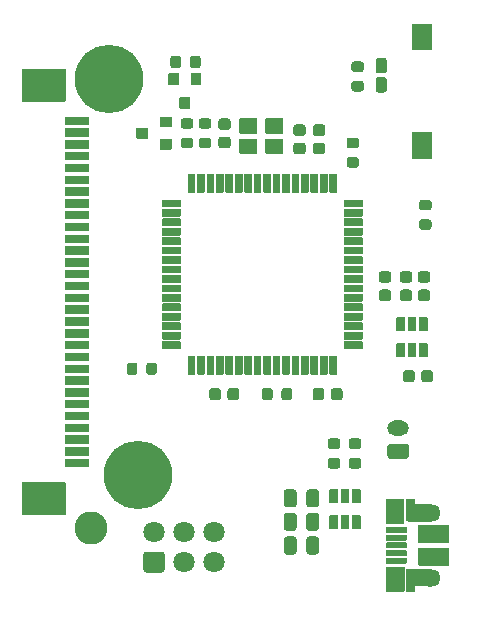
<source format=gbr>
G04 #@! TF.GenerationSoftware,KiCad,Pcbnew,(5.1.8)-1*
G04 #@! TF.CreationDate,2021-04-18T18:01:33-07:00*
G04 #@! TF.ProjectId,wired-sculpt,77697265-642d-4736-9375-6c70742e6b69,rev?*
G04 #@! TF.SameCoordinates,Original*
G04 #@! TF.FileFunction,Soldermask,Top*
G04 #@! TF.FilePolarity,Negative*
%FSLAX46Y46*%
G04 Gerber Fmt 4.6, Leading zero omitted, Abs format (unit mm)*
G04 Created by KiCad (PCBNEW (5.1.8)-1) date 2021-04-18 18:01:33*
%MOMM*%
%LPD*%
G01*
G04 APERTURE LIST*
%ADD10C,1.801600*%
%ADD11O,1.601600X1.201600*%
%ADD12O,1.801600X1.451600*%
%ADD13C,5.800000*%
%ADD14C,2.801600*%
%ADD15O,1.851600X1.301600*%
G04 APERTURE END LIST*
G04 #@! TO.C,J3*
G36*
G01*
X135463859Y-77280800D02*
X134192141Y-77280800D01*
G75*
G02*
X133927200Y-77015859I0J264941D01*
G01*
X133927200Y-75744141D01*
G75*
G02*
X134192141Y-75479200I264941J0D01*
G01*
X135463859Y-75479200D01*
G75*
G02*
X135728800Y-75744141I0J-264941D01*
G01*
X135728800Y-77015859D01*
G75*
G02*
X135463859Y-77280800I-264941J0D01*
G01*
G37*
D10*
X137368000Y-76380000D03*
X139908000Y-76380000D03*
X134828000Y-73840000D03*
X137368000Y-73840000D03*
X139908000Y-73840000D03*
G04 #@! TD*
G04 #@! TO.C,C8*
G36*
G01*
X146871600Y-39303200D02*
X147422400Y-39303200D01*
G75*
G02*
X147672800Y-39553600I0J-250400D01*
G01*
X147672800Y-40054400D01*
G75*
G02*
X147422400Y-40304800I-250400J0D01*
G01*
X146871600Y-40304800D01*
G75*
G02*
X146621200Y-40054400I0J250400D01*
G01*
X146621200Y-39553600D01*
G75*
G02*
X146871600Y-39303200I250400J0D01*
G01*
G37*
G36*
G01*
X146871600Y-40853200D02*
X147422400Y-40853200D01*
G75*
G02*
X147672800Y-41103600I0J-250400D01*
G01*
X147672800Y-41604400D01*
G75*
G02*
X147422400Y-41854800I-250400J0D01*
G01*
X146871600Y-41854800D01*
G75*
G02*
X146621200Y-41604400I0J250400D01*
G01*
X146621200Y-41103600D01*
G75*
G02*
X146871600Y-40853200I250400J0D01*
G01*
G37*
G04 #@! TD*
G04 #@! TO.C,C12*
G36*
G01*
X142045800Y-61880600D02*
X142045800Y-62431400D01*
G75*
G02*
X141795400Y-62681800I-250400J0D01*
G01*
X141294600Y-62681800D01*
G75*
G02*
X141044200Y-62431400I0J250400D01*
G01*
X141044200Y-61880600D01*
G75*
G02*
X141294600Y-61630200I250400J0D01*
G01*
X141795400Y-61630200D01*
G75*
G02*
X142045800Y-61880600I0J-250400D01*
G01*
G37*
G36*
G01*
X140495800Y-61880600D02*
X140495800Y-62431400D01*
G75*
G02*
X140245400Y-62681800I-250400J0D01*
G01*
X139744600Y-62681800D01*
G75*
G02*
X139494200Y-62431400I0J250400D01*
G01*
X139494200Y-61880600D01*
G75*
G02*
X139744600Y-61630200I250400J0D01*
G01*
X140245400Y-61630200D01*
G75*
G02*
X140495800Y-61880600I0J-250400D01*
G01*
G37*
G04 #@! TD*
G04 #@! TO.C,R9*
G36*
G01*
X152367400Y-36532800D02*
X151766600Y-36532800D01*
G75*
G02*
X151541200Y-36307400I0J225400D01*
G01*
X151541200Y-35856600D01*
G75*
G02*
X151766600Y-35631200I225400J0D01*
G01*
X152367400Y-35631200D01*
G75*
G02*
X152592800Y-35856600I0J-225400D01*
G01*
X152592800Y-36307400D01*
G75*
G02*
X152367400Y-36532800I-225400J0D01*
G01*
G37*
G36*
G01*
X152367400Y-34882800D02*
X151766600Y-34882800D01*
G75*
G02*
X151541200Y-34657400I0J225400D01*
G01*
X151541200Y-34206600D01*
G75*
G02*
X151766600Y-33981200I225400J0D01*
G01*
X152367400Y-33981200D01*
G75*
G02*
X152592800Y-34206600I0J-225400D01*
G01*
X152592800Y-34657400D01*
G75*
G02*
X152367400Y-34882800I-225400J0D01*
G01*
G37*
G04 #@! TD*
G04 #@! TO.C,C3*
G36*
G01*
X145807200Y-71469400D02*
X145807200Y-70468600D01*
G75*
G02*
X146082600Y-70193200I275400J0D01*
G01*
X146633400Y-70193200D01*
G75*
G02*
X146908800Y-70468600I0J-275400D01*
G01*
X146908800Y-71469400D01*
G75*
G02*
X146633400Y-71744800I-275400J0D01*
G01*
X146082600Y-71744800D01*
G75*
G02*
X145807200Y-71469400I0J275400D01*
G01*
G37*
G36*
G01*
X147707200Y-71469400D02*
X147707200Y-70468600D01*
G75*
G02*
X147982600Y-70193200I275400J0D01*
G01*
X148533400Y-70193200D01*
G75*
G02*
X148808800Y-70468600I0J-275400D01*
G01*
X148808800Y-71469400D01*
G75*
G02*
X148533400Y-71744800I-275400J0D01*
G01*
X147982600Y-71744800D01*
G75*
G02*
X147707200Y-71469400I0J275400D01*
G01*
G37*
G04 #@! TD*
G04 #@! TO.C,U1*
G36*
G01*
X150375000Y-73580800D02*
X149725000Y-73580800D01*
G75*
G02*
X149674200Y-73530000I0J50800D01*
G01*
X149674200Y-72470000D01*
G75*
G02*
X149725000Y-72419200I50800J0D01*
G01*
X150375000Y-72419200D01*
G75*
G02*
X150425800Y-72470000I0J-50800D01*
G01*
X150425800Y-73530000D01*
G75*
G02*
X150375000Y-73580800I-50800J0D01*
G01*
G37*
G36*
G01*
X151325000Y-73580800D02*
X150675000Y-73580800D01*
G75*
G02*
X150624200Y-73530000I0J50800D01*
G01*
X150624200Y-72470000D01*
G75*
G02*
X150675000Y-72419200I50800J0D01*
G01*
X151325000Y-72419200D01*
G75*
G02*
X151375800Y-72470000I0J-50800D01*
G01*
X151375800Y-73530000D01*
G75*
G02*
X151325000Y-73580800I-50800J0D01*
G01*
G37*
G36*
G01*
X152275000Y-73580800D02*
X151625000Y-73580800D01*
G75*
G02*
X151574200Y-73530000I0J50800D01*
G01*
X151574200Y-72470000D01*
G75*
G02*
X151625000Y-72419200I50800J0D01*
G01*
X152275000Y-72419200D01*
G75*
G02*
X152325800Y-72470000I0J-50800D01*
G01*
X152325800Y-73530000D01*
G75*
G02*
X152275000Y-73580800I-50800J0D01*
G01*
G37*
G36*
G01*
X152275000Y-71380800D02*
X151625000Y-71380800D01*
G75*
G02*
X151574200Y-71330000I0J50800D01*
G01*
X151574200Y-70270000D01*
G75*
G02*
X151625000Y-70219200I50800J0D01*
G01*
X152275000Y-70219200D01*
G75*
G02*
X152325800Y-70270000I0J-50800D01*
G01*
X152325800Y-71330000D01*
G75*
G02*
X152275000Y-71380800I-50800J0D01*
G01*
G37*
G36*
G01*
X150375000Y-71380800D02*
X149725000Y-71380800D01*
G75*
G02*
X149674200Y-71330000I0J50800D01*
G01*
X149674200Y-70270000D01*
G75*
G02*
X149725000Y-70219200I50800J0D01*
G01*
X150375000Y-70219200D01*
G75*
G02*
X150425800Y-70270000I0J-50800D01*
G01*
X150425800Y-71330000D01*
G75*
G02*
X150375000Y-71380800I-50800J0D01*
G01*
G37*
G36*
G01*
X151325000Y-71380800D02*
X150675000Y-71380800D01*
G75*
G02*
X150624200Y-71330000I0J50800D01*
G01*
X150624200Y-70270000D01*
G75*
G02*
X150675000Y-70219200I50800J0D01*
G01*
X151325000Y-70219200D01*
G75*
G02*
X151375800Y-70270000I0J-50800D01*
G01*
X151375800Y-71330000D01*
G75*
G02*
X151325000Y-71380800I-50800J0D01*
G01*
G37*
G04 #@! TD*
G04 #@! TO.C,U3*
G36*
G01*
X152500800Y-57725000D02*
X152500800Y-58275000D01*
G75*
G02*
X152450000Y-58325800I-50800J0D01*
G01*
X150950000Y-58325800D01*
G75*
G02*
X150899200Y-58275000I0J50800D01*
G01*
X150899200Y-57725000D01*
G75*
G02*
X150950000Y-57674200I50800J0D01*
G01*
X152450000Y-57674200D01*
G75*
G02*
X152500800Y-57725000I0J-50800D01*
G01*
G37*
G36*
G01*
X152500800Y-56925000D02*
X152500800Y-57475000D01*
G75*
G02*
X152450000Y-57525800I-50800J0D01*
G01*
X150950000Y-57525800D01*
G75*
G02*
X150899200Y-57475000I0J50800D01*
G01*
X150899200Y-56925000D01*
G75*
G02*
X150950000Y-56874200I50800J0D01*
G01*
X152450000Y-56874200D01*
G75*
G02*
X152500800Y-56925000I0J-50800D01*
G01*
G37*
G36*
G01*
X152500800Y-56125000D02*
X152500800Y-56675000D01*
G75*
G02*
X152450000Y-56725800I-50800J0D01*
G01*
X150950000Y-56725800D01*
G75*
G02*
X150899200Y-56675000I0J50800D01*
G01*
X150899200Y-56125000D01*
G75*
G02*
X150950000Y-56074200I50800J0D01*
G01*
X152450000Y-56074200D01*
G75*
G02*
X152500800Y-56125000I0J-50800D01*
G01*
G37*
G36*
G01*
X152500800Y-55325000D02*
X152500800Y-55875000D01*
G75*
G02*
X152450000Y-55925800I-50800J0D01*
G01*
X150950000Y-55925800D01*
G75*
G02*
X150899200Y-55875000I0J50800D01*
G01*
X150899200Y-55325000D01*
G75*
G02*
X150950000Y-55274200I50800J0D01*
G01*
X152450000Y-55274200D01*
G75*
G02*
X152500800Y-55325000I0J-50800D01*
G01*
G37*
G36*
G01*
X152500800Y-54525000D02*
X152500800Y-55075000D01*
G75*
G02*
X152450000Y-55125800I-50800J0D01*
G01*
X150950000Y-55125800D01*
G75*
G02*
X150899200Y-55075000I0J50800D01*
G01*
X150899200Y-54525000D01*
G75*
G02*
X150950000Y-54474200I50800J0D01*
G01*
X152450000Y-54474200D01*
G75*
G02*
X152500800Y-54525000I0J-50800D01*
G01*
G37*
G36*
G01*
X152500800Y-53725000D02*
X152500800Y-54275000D01*
G75*
G02*
X152450000Y-54325800I-50800J0D01*
G01*
X150950000Y-54325800D01*
G75*
G02*
X150899200Y-54275000I0J50800D01*
G01*
X150899200Y-53725000D01*
G75*
G02*
X150950000Y-53674200I50800J0D01*
G01*
X152450000Y-53674200D01*
G75*
G02*
X152500800Y-53725000I0J-50800D01*
G01*
G37*
G36*
G01*
X152500800Y-52925000D02*
X152500800Y-53475000D01*
G75*
G02*
X152450000Y-53525800I-50800J0D01*
G01*
X150950000Y-53525800D01*
G75*
G02*
X150899200Y-53475000I0J50800D01*
G01*
X150899200Y-52925000D01*
G75*
G02*
X150950000Y-52874200I50800J0D01*
G01*
X152450000Y-52874200D01*
G75*
G02*
X152500800Y-52925000I0J-50800D01*
G01*
G37*
G36*
G01*
X152500800Y-52125000D02*
X152500800Y-52675000D01*
G75*
G02*
X152450000Y-52725800I-50800J0D01*
G01*
X150950000Y-52725800D01*
G75*
G02*
X150899200Y-52675000I0J50800D01*
G01*
X150899200Y-52125000D01*
G75*
G02*
X150950000Y-52074200I50800J0D01*
G01*
X152450000Y-52074200D01*
G75*
G02*
X152500800Y-52125000I0J-50800D01*
G01*
G37*
G36*
G01*
X152500800Y-51325000D02*
X152500800Y-51875000D01*
G75*
G02*
X152450000Y-51925800I-50800J0D01*
G01*
X150950000Y-51925800D01*
G75*
G02*
X150899200Y-51875000I0J50800D01*
G01*
X150899200Y-51325000D01*
G75*
G02*
X150950000Y-51274200I50800J0D01*
G01*
X152450000Y-51274200D01*
G75*
G02*
X152500800Y-51325000I0J-50800D01*
G01*
G37*
G36*
G01*
X152500800Y-50525000D02*
X152500800Y-51075000D01*
G75*
G02*
X152450000Y-51125800I-50800J0D01*
G01*
X150950000Y-51125800D01*
G75*
G02*
X150899200Y-51075000I0J50800D01*
G01*
X150899200Y-50525000D01*
G75*
G02*
X150950000Y-50474200I50800J0D01*
G01*
X152450000Y-50474200D01*
G75*
G02*
X152500800Y-50525000I0J-50800D01*
G01*
G37*
G36*
G01*
X152500800Y-49725000D02*
X152500800Y-50275000D01*
G75*
G02*
X152450000Y-50325800I-50800J0D01*
G01*
X150950000Y-50325800D01*
G75*
G02*
X150899200Y-50275000I0J50800D01*
G01*
X150899200Y-49725000D01*
G75*
G02*
X150950000Y-49674200I50800J0D01*
G01*
X152450000Y-49674200D01*
G75*
G02*
X152500800Y-49725000I0J-50800D01*
G01*
G37*
G36*
G01*
X152500800Y-48925000D02*
X152500800Y-49475000D01*
G75*
G02*
X152450000Y-49525800I-50800J0D01*
G01*
X150950000Y-49525800D01*
G75*
G02*
X150899200Y-49475000I0J50800D01*
G01*
X150899200Y-48925000D01*
G75*
G02*
X150950000Y-48874200I50800J0D01*
G01*
X152450000Y-48874200D01*
G75*
G02*
X152500800Y-48925000I0J-50800D01*
G01*
G37*
G36*
G01*
X152500800Y-48125000D02*
X152500800Y-48675000D01*
G75*
G02*
X152450000Y-48725800I-50800J0D01*
G01*
X150950000Y-48725800D01*
G75*
G02*
X150899200Y-48675000I0J50800D01*
G01*
X150899200Y-48125000D01*
G75*
G02*
X150950000Y-48074200I50800J0D01*
G01*
X152450000Y-48074200D01*
G75*
G02*
X152500800Y-48125000I0J-50800D01*
G01*
G37*
G36*
G01*
X152500800Y-47325000D02*
X152500800Y-47875000D01*
G75*
G02*
X152450000Y-47925800I-50800J0D01*
G01*
X150950000Y-47925800D01*
G75*
G02*
X150899200Y-47875000I0J50800D01*
G01*
X150899200Y-47325000D01*
G75*
G02*
X150950000Y-47274200I50800J0D01*
G01*
X152450000Y-47274200D01*
G75*
G02*
X152500800Y-47325000I0J-50800D01*
G01*
G37*
G36*
G01*
X152500800Y-46525000D02*
X152500800Y-47075000D01*
G75*
G02*
X152450000Y-47125800I-50800J0D01*
G01*
X150950000Y-47125800D01*
G75*
G02*
X150899200Y-47075000I0J50800D01*
G01*
X150899200Y-46525000D01*
G75*
G02*
X150950000Y-46474200I50800J0D01*
G01*
X152450000Y-46474200D01*
G75*
G02*
X152500800Y-46525000I0J-50800D01*
G01*
G37*
G36*
G01*
X152500800Y-45725000D02*
X152500800Y-46275000D01*
G75*
G02*
X152450000Y-46325800I-50800J0D01*
G01*
X150950000Y-46325800D01*
G75*
G02*
X150899200Y-46275000I0J50800D01*
G01*
X150899200Y-45725000D01*
G75*
G02*
X150950000Y-45674200I50800J0D01*
G01*
X152450000Y-45674200D01*
G75*
G02*
X152500800Y-45725000I0J-50800D01*
G01*
G37*
G36*
G01*
X149725000Y-43499200D02*
X150275000Y-43499200D01*
G75*
G02*
X150325800Y-43550000I0J-50800D01*
G01*
X150325800Y-45050000D01*
G75*
G02*
X150275000Y-45100800I-50800J0D01*
G01*
X149725000Y-45100800D01*
G75*
G02*
X149674200Y-45050000I0J50800D01*
G01*
X149674200Y-43550000D01*
G75*
G02*
X149725000Y-43499200I50800J0D01*
G01*
G37*
G36*
G01*
X148925000Y-43499200D02*
X149475000Y-43499200D01*
G75*
G02*
X149525800Y-43550000I0J-50800D01*
G01*
X149525800Y-45050000D01*
G75*
G02*
X149475000Y-45100800I-50800J0D01*
G01*
X148925000Y-45100800D01*
G75*
G02*
X148874200Y-45050000I0J50800D01*
G01*
X148874200Y-43550000D01*
G75*
G02*
X148925000Y-43499200I50800J0D01*
G01*
G37*
G36*
G01*
X148125000Y-43499200D02*
X148675000Y-43499200D01*
G75*
G02*
X148725800Y-43550000I0J-50800D01*
G01*
X148725800Y-45050000D01*
G75*
G02*
X148675000Y-45100800I-50800J0D01*
G01*
X148125000Y-45100800D01*
G75*
G02*
X148074200Y-45050000I0J50800D01*
G01*
X148074200Y-43550000D01*
G75*
G02*
X148125000Y-43499200I50800J0D01*
G01*
G37*
G36*
G01*
X147325000Y-43499200D02*
X147875000Y-43499200D01*
G75*
G02*
X147925800Y-43550000I0J-50800D01*
G01*
X147925800Y-45050000D01*
G75*
G02*
X147875000Y-45100800I-50800J0D01*
G01*
X147325000Y-45100800D01*
G75*
G02*
X147274200Y-45050000I0J50800D01*
G01*
X147274200Y-43550000D01*
G75*
G02*
X147325000Y-43499200I50800J0D01*
G01*
G37*
G36*
G01*
X146525000Y-43499200D02*
X147075000Y-43499200D01*
G75*
G02*
X147125800Y-43550000I0J-50800D01*
G01*
X147125800Y-45050000D01*
G75*
G02*
X147075000Y-45100800I-50800J0D01*
G01*
X146525000Y-45100800D01*
G75*
G02*
X146474200Y-45050000I0J50800D01*
G01*
X146474200Y-43550000D01*
G75*
G02*
X146525000Y-43499200I50800J0D01*
G01*
G37*
G36*
G01*
X145725000Y-43499200D02*
X146275000Y-43499200D01*
G75*
G02*
X146325800Y-43550000I0J-50800D01*
G01*
X146325800Y-45050000D01*
G75*
G02*
X146275000Y-45100800I-50800J0D01*
G01*
X145725000Y-45100800D01*
G75*
G02*
X145674200Y-45050000I0J50800D01*
G01*
X145674200Y-43550000D01*
G75*
G02*
X145725000Y-43499200I50800J0D01*
G01*
G37*
G36*
G01*
X144925000Y-43499200D02*
X145475000Y-43499200D01*
G75*
G02*
X145525800Y-43550000I0J-50800D01*
G01*
X145525800Y-45050000D01*
G75*
G02*
X145475000Y-45100800I-50800J0D01*
G01*
X144925000Y-45100800D01*
G75*
G02*
X144874200Y-45050000I0J50800D01*
G01*
X144874200Y-43550000D01*
G75*
G02*
X144925000Y-43499200I50800J0D01*
G01*
G37*
G36*
G01*
X144125000Y-43499200D02*
X144675000Y-43499200D01*
G75*
G02*
X144725800Y-43550000I0J-50800D01*
G01*
X144725800Y-45050000D01*
G75*
G02*
X144675000Y-45100800I-50800J0D01*
G01*
X144125000Y-45100800D01*
G75*
G02*
X144074200Y-45050000I0J50800D01*
G01*
X144074200Y-43550000D01*
G75*
G02*
X144125000Y-43499200I50800J0D01*
G01*
G37*
G36*
G01*
X143325000Y-43499200D02*
X143875000Y-43499200D01*
G75*
G02*
X143925800Y-43550000I0J-50800D01*
G01*
X143925800Y-45050000D01*
G75*
G02*
X143875000Y-45100800I-50800J0D01*
G01*
X143325000Y-45100800D01*
G75*
G02*
X143274200Y-45050000I0J50800D01*
G01*
X143274200Y-43550000D01*
G75*
G02*
X143325000Y-43499200I50800J0D01*
G01*
G37*
G36*
G01*
X142525000Y-43499200D02*
X143075000Y-43499200D01*
G75*
G02*
X143125800Y-43550000I0J-50800D01*
G01*
X143125800Y-45050000D01*
G75*
G02*
X143075000Y-45100800I-50800J0D01*
G01*
X142525000Y-45100800D01*
G75*
G02*
X142474200Y-45050000I0J50800D01*
G01*
X142474200Y-43550000D01*
G75*
G02*
X142525000Y-43499200I50800J0D01*
G01*
G37*
G36*
G01*
X141725000Y-43499200D02*
X142275000Y-43499200D01*
G75*
G02*
X142325800Y-43550000I0J-50800D01*
G01*
X142325800Y-45050000D01*
G75*
G02*
X142275000Y-45100800I-50800J0D01*
G01*
X141725000Y-45100800D01*
G75*
G02*
X141674200Y-45050000I0J50800D01*
G01*
X141674200Y-43550000D01*
G75*
G02*
X141725000Y-43499200I50800J0D01*
G01*
G37*
G36*
G01*
X140925000Y-43499200D02*
X141475000Y-43499200D01*
G75*
G02*
X141525800Y-43550000I0J-50800D01*
G01*
X141525800Y-45050000D01*
G75*
G02*
X141475000Y-45100800I-50800J0D01*
G01*
X140925000Y-45100800D01*
G75*
G02*
X140874200Y-45050000I0J50800D01*
G01*
X140874200Y-43550000D01*
G75*
G02*
X140925000Y-43499200I50800J0D01*
G01*
G37*
G36*
G01*
X140125000Y-43499200D02*
X140675000Y-43499200D01*
G75*
G02*
X140725800Y-43550000I0J-50800D01*
G01*
X140725800Y-45050000D01*
G75*
G02*
X140675000Y-45100800I-50800J0D01*
G01*
X140125000Y-45100800D01*
G75*
G02*
X140074200Y-45050000I0J50800D01*
G01*
X140074200Y-43550000D01*
G75*
G02*
X140125000Y-43499200I50800J0D01*
G01*
G37*
G36*
G01*
X139325000Y-43499200D02*
X139875000Y-43499200D01*
G75*
G02*
X139925800Y-43550000I0J-50800D01*
G01*
X139925800Y-45050000D01*
G75*
G02*
X139875000Y-45100800I-50800J0D01*
G01*
X139325000Y-45100800D01*
G75*
G02*
X139274200Y-45050000I0J50800D01*
G01*
X139274200Y-43550000D01*
G75*
G02*
X139325000Y-43499200I50800J0D01*
G01*
G37*
G36*
G01*
X138525000Y-43499200D02*
X139075000Y-43499200D01*
G75*
G02*
X139125800Y-43550000I0J-50800D01*
G01*
X139125800Y-45050000D01*
G75*
G02*
X139075000Y-45100800I-50800J0D01*
G01*
X138525000Y-45100800D01*
G75*
G02*
X138474200Y-45050000I0J50800D01*
G01*
X138474200Y-43550000D01*
G75*
G02*
X138525000Y-43499200I50800J0D01*
G01*
G37*
G36*
G01*
X137725000Y-43499200D02*
X138275000Y-43499200D01*
G75*
G02*
X138325800Y-43550000I0J-50800D01*
G01*
X138325800Y-45050000D01*
G75*
G02*
X138275000Y-45100800I-50800J0D01*
G01*
X137725000Y-45100800D01*
G75*
G02*
X137674200Y-45050000I0J50800D01*
G01*
X137674200Y-43550000D01*
G75*
G02*
X137725000Y-43499200I50800J0D01*
G01*
G37*
G36*
G01*
X137100800Y-45725000D02*
X137100800Y-46275000D01*
G75*
G02*
X137050000Y-46325800I-50800J0D01*
G01*
X135550000Y-46325800D01*
G75*
G02*
X135499200Y-46275000I0J50800D01*
G01*
X135499200Y-45725000D01*
G75*
G02*
X135550000Y-45674200I50800J0D01*
G01*
X137050000Y-45674200D01*
G75*
G02*
X137100800Y-45725000I0J-50800D01*
G01*
G37*
G36*
G01*
X137100800Y-46525000D02*
X137100800Y-47075000D01*
G75*
G02*
X137050000Y-47125800I-50800J0D01*
G01*
X135550000Y-47125800D01*
G75*
G02*
X135499200Y-47075000I0J50800D01*
G01*
X135499200Y-46525000D01*
G75*
G02*
X135550000Y-46474200I50800J0D01*
G01*
X137050000Y-46474200D01*
G75*
G02*
X137100800Y-46525000I0J-50800D01*
G01*
G37*
G36*
G01*
X137100800Y-47325000D02*
X137100800Y-47875000D01*
G75*
G02*
X137050000Y-47925800I-50800J0D01*
G01*
X135550000Y-47925800D01*
G75*
G02*
X135499200Y-47875000I0J50800D01*
G01*
X135499200Y-47325000D01*
G75*
G02*
X135550000Y-47274200I50800J0D01*
G01*
X137050000Y-47274200D01*
G75*
G02*
X137100800Y-47325000I0J-50800D01*
G01*
G37*
G36*
G01*
X137100800Y-48125000D02*
X137100800Y-48675000D01*
G75*
G02*
X137050000Y-48725800I-50800J0D01*
G01*
X135550000Y-48725800D01*
G75*
G02*
X135499200Y-48675000I0J50800D01*
G01*
X135499200Y-48125000D01*
G75*
G02*
X135550000Y-48074200I50800J0D01*
G01*
X137050000Y-48074200D01*
G75*
G02*
X137100800Y-48125000I0J-50800D01*
G01*
G37*
G36*
G01*
X137100800Y-48925000D02*
X137100800Y-49475000D01*
G75*
G02*
X137050000Y-49525800I-50800J0D01*
G01*
X135550000Y-49525800D01*
G75*
G02*
X135499200Y-49475000I0J50800D01*
G01*
X135499200Y-48925000D01*
G75*
G02*
X135550000Y-48874200I50800J0D01*
G01*
X137050000Y-48874200D01*
G75*
G02*
X137100800Y-48925000I0J-50800D01*
G01*
G37*
G36*
G01*
X137100800Y-49725000D02*
X137100800Y-50275000D01*
G75*
G02*
X137050000Y-50325800I-50800J0D01*
G01*
X135550000Y-50325800D01*
G75*
G02*
X135499200Y-50275000I0J50800D01*
G01*
X135499200Y-49725000D01*
G75*
G02*
X135550000Y-49674200I50800J0D01*
G01*
X137050000Y-49674200D01*
G75*
G02*
X137100800Y-49725000I0J-50800D01*
G01*
G37*
G36*
G01*
X137100800Y-50525000D02*
X137100800Y-51075000D01*
G75*
G02*
X137050000Y-51125800I-50800J0D01*
G01*
X135550000Y-51125800D01*
G75*
G02*
X135499200Y-51075000I0J50800D01*
G01*
X135499200Y-50525000D01*
G75*
G02*
X135550000Y-50474200I50800J0D01*
G01*
X137050000Y-50474200D01*
G75*
G02*
X137100800Y-50525000I0J-50800D01*
G01*
G37*
G36*
G01*
X137100800Y-51325000D02*
X137100800Y-51875000D01*
G75*
G02*
X137050000Y-51925800I-50800J0D01*
G01*
X135550000Y-51925800D01*
G75*
G02*
X135499200Y-51875000I0J50800D01*
G01*
X135499200Y-51325000D01*
G75*
G02*
X135550000Y-51274200I50800J0D01*
G01*
X137050000Y-51274200D01*
G75*
G02*
X137100800Y-51325000I0J-50800D01*
G01*
G37*
G36*
G01*
X137100800Y-52125000D02*
X137100800Y-52675000D01*
G75*
G02*
X137050000Y-52725800I-50800J0D01*
G01*
X135550000Y-52725800D01*
G75*
G02*
X135499200Y-52675000I0J50800D01*
G01*
X135499200Y-52125000D01*
G75*
G02*
X135550000Y-52074200I50800J0D01*
G01*
X137050000Y-52074200D01*
G75*
G02*
X137100800Y-52125000I0J-50800D01*
G01*
G37*
G36*
G01*
X137100800Y-52925000D02*
X137100800Y-53475000D01*
G75*
G02*
X137050000Y-53525800I-50800J0D01*
G01*
X135550000Y-53525800D01*
G75*
G02*
X135499200Y-53475000I0J50800D01*
G01*
X135499200Y-52925000D01*
G75*
G02*
X135550000Y-52874200I50800J0D01*
G01*
X137050000Y-52874200D01*
G75*
G02*
X137100800Y-52925000I0J-50800D01*
G01*
G37*
G36*
G01*
X137100800Y-53725000D02*
X137100800Y-54275000D01*
G75*
G02*
X137050000Y-54325800I-50800J0D01*
G01*
X135550000Y-54325800D01*
G75*
G02*
X135499200Y-54275000I0J50800D01*
G01*
X135499200Y-53725000D01*
G75*
G02*
X135550000Y-53674200I50800J0D01*
G01*
X137050000Y-53674200D01*
G75*
G02*
X137100800Y-53725000I0J-50800D01*
G01*
G37*
G36*
G01*
X137100800Y-54525000D02*
X137100800Y-55075000D01*
G75*
G02*
X137050000Y-55125800I-50800J0D01*
G01*
X135550000Y-55125800D01*
G75*
G02*
X135499200Y-55075000I0J50800D01*
G01*
X135499200Y-54525000D01*
G75*
G02*
X135550000Y-54474200I50800J0D01*
G01*
X137050000Y-54474200D01*
G75*
G02*
X137100800Y-54525000I0J-50800D01*
G01*
G37*
G36*
G01*
X137100800Y-55325000D02*
X137100800Y-55875000D01*
G75*
G02*
X137050000Y-55925800I-50800J0D01*
G01*
X135550000Y-55925800D01*
G75*
G02*
X135499200Y-55875000I0J50800D01*
G01*
X135499200Y-55325000D01*
G75*
G02*
X135550000Y-55274200I50800J0D01*
G01*
X137050000Y-55274200D01*
G75*
G02*
X137100800Y-55325000I0J-50800D01*
G01*
G37*
G36*
G01*
X137100800Y-56125000D02*
X137100800Y-56675000D01*
G75*
G02*
X137050000Y-56725800I-50800J0D01*
G01*
X135550000Y-56725800D01*
G75*
G02*
X135499200Y-56675000I0J50800D01*
G01*
X135499200Y-56125000D01*
G75*
G02*
X135550000Y-56074200I50800J0D01*
G01*
X137050000Y-56074200D01*
G75*
G02*
X137100800Y-56125000I0J-50800D01*
G01*
G37*
G36*
G01*
X137100800Y-56925000D02*
X137100800Y-57475000D01*
G75*
G02*
X137050000Y-57525800I-50800J0D01*
G01*
X135550000Y-57525800D01*
G75*
G02*
X135499200Y-57475000I0J50800D01*
G01*
X135499200Y-56925000D01*
G75*
G02*
X135550000Y-56874200I50800J0D01*
G01*
X137050000Y-56874200D01*
G75*
G02*
X137100800Y-56925000I0J-50800D01*
G01*
G37*
G36*
G01*
X137100800Y-57725000D02*
X137100800Y-58275000D01*
G75*
G02*
X137050000Y-58325800I-50800J0D01*
G01*
X135550000Y-58325800D01*
G75*
G02*
X135499200Y-58275000I0J50800D01*
G01*
X135499200Y-57725000D01*
G75*
G02*
X135550000Y-57674200I50800J0D01*
G01*
X137050000Y-57674200D01*
G75*
G02*
X137100800Y-57725000I0J-50800D01*
G01*
G37*
G36*
G01*
X137725000Y-58899200D02*
X138275000Y-58899200D01*
G75*
G02*
X138325800Y-58950000I0J-50800D01*
G01*
X138325800Y-60450000D01*
G75*
G02*
X138275000Y-60500800I-50800J0D01*
G01*
X137725000Y-60500800D01*
G75*
G02*
X137674200Y-60450000I0J50800D01*
G01*
X137674200Y-58950000D01*
G75*
G02*
X137725000Y-58899200I50800J0D01*
G01*
G37*
G36*
G01*
X138525000Y-58899200D02*
X139075000Y-58899200D01*
G75*
G02*
X139125800Y-58950000I0J-50800D01*
G01*
X139125800Y-60450000D01*
G75*
G02*
X139075000Y-60500800I-50800J0D01*
G01*
X138525000Y-60500800D01*
G75*
G02*
X138474200Y-60450000I0J50800D01*
G01*
X138474200Y-58950000D01*
G75*
G02*
X138525000Y-58899200I50800J0D01*
G01*
G37*
G36*
G01*
X139325000Y-58899200D02*
X139875000Y-58899200D01*
G75*
G02*
X139925800Y-58950000I0J-50800D01*
G01*
X139925800Y-60450000D01*
G75*
G02*
X139875000Y-60500800I-50800J0D01*
G01*
X139325000Y-60500800D01*
G75*
G02*
X139274200Y-60450000I0J50800D01*
G01*
X139274200Y-58950000D01*
G75*
G02*
X139325000Y-58899200I50800J0D01*
G01*
G37*
G36*
G01*
X140125000Y-58899200D02*
X140675000Y-58899200D01*
G75*
G02*
X140725800Y-58950000I0J-50800D01*
G01*
X140725800Y-60450000D01*
G75*
G02*
X140675000Y-60500800I-50800J0D01*
G01*
X140125000Y-60500800D01*
G75*
G02*
X140074200Y-60450000I0J50800D01*
G01*
X140074200Y-58950000D01*
G75*
G02*
X140125000Y-58899200I50800J0D01*
G01*
G37*
G36*
G01*
X140925000Y-58899200D02*
X141475000Y-58899200D01*
G75*
G02*
X141525800Y-58950000I0J-50800D01*
G01*
X141525800Y-60450000D01*
G75*
G02*
X141475000Y-60500800I-50800J0D01*
G01*
X140925000Y-60500800D01*
G75*
G02*
X140874200Y-60450000I0J50800D01*
G01*
X140874200Y-58950000D01*
G75*
G02*
X140925000Y-58899200I50800J0D01*
G01*
G37*
G36*
G01*
X141725000Y-58899200D02*
X142275000Y-58899200D01*
G75*
G02*
X142325800Y-58950000I0J-50800D01*
G01*
X142325800Y-60450000D01*
G75*
G02*
X142275000Y-60500800I-50800J0D01*
G01*
X141725000Y-60500800D01*
G75*
G02*
X141674200Y-60450000I0J50800D01*
G01*
X141674200Y-58950000D01*
G75*
G02*
X141725000Y-58899200I50800J0D01*
G01*
G37*
G36*
G01*
X142525000Y-58899200D02*
X143075000Y-58899200D01*
G75*
G02*
X143125800Y-58950000I0J-50800D01*
G01*
X143125800Y-60450000D01*
G75*
G02*
X143075000Y-60500800I-50800J0D01*
G01*
X142525000Y-60500800D01*
G75*
G02*
X142474200Y-60450000I0J50800D01*
G01*
X142474200Y-58950000D01*
G75*
G02*
X142525000Y-58899200I50800J0D01*
G01*
G37*
G36*
G01*
X143325000Y-58899200D02*
X143875000Y-58899200D01*
G75*
G02*
X143925800Y-58950000I0J-50800D01*
G01*
X143925800Y-60450000D01*
G75*
G02*
X143875000Y-60500800I-50800J0D01*
G01*
X143325000Y-60500800D01*
G75*
G02*
X143274200Y-60450000I0J50800D01*
G01*
X143274200Y-58950000D01*
G75*
G02*
X143325000Y-58899200I50800J0D01*
G01*
G37*
G36*
G01*
X144125000Y-58899200D02*
X144675000Y-58899200D01*
G75*
G02*
X144725800Y-58950000I0J-50800D01*
G01*
X144725800Y-60450000D01*
G75*
G02*
X144675000Y-60500800I-50800J0D01*
G01*
X144125000Y-60500800D01*
G75*
G02*
X144074200Y-60450000I0J50800D01*
G01*
X144074200Y-58950000D01*
G75*
G02*
X144125000Y-58899200I50800J0D01*
G01*
G37*
G36*
G01*
X144925000Y-58899200D02*
X145475000Y-58899200D01*
G75*
G02*
X145525800Y-58950000I0J-50800D01*
G01*
X145525800Y-60450000D01*
G75*
G02*
X145475000Y-60500800I-50800J0D01*
G01*
X144925000Y-60500800D01*
G75*
G02*
X144874200Y-60450000I0J50800D01*
G01*
X144874200Y-58950000D01*
G75*
G02*
X144925000Y-58899200I50800J0D01*
G01*
G37*
G36*
G01*
X145725000Y-58899200D02*
X146275000Y-58899200D01*
G75*
G02*
X146325800Y-58950000I0J-50800D01*
G01*
X146325800Y-60450000D01*
G75*
G02*
X146275000Y-60500800I-50800J0D01*
G01*
X145725000Y-60500800D01*
G75*
G02*
X145674200Y-60450000I0J50800D01*
G01*
X145674200Y-58950000D01*
G75*
G02*
X145725000Y-58899200I50800J0D01*
G01*
G37*
G36*
G01*
X146525000Y-58899200D02*
X147075000Y-58899200D01*
G75*
G02*
X147125800Y-58950000I0J-50800D01*
G01*
X147125800Y-60450000D01*
G75*
G02*
X147075000Y-60500800I-50800J0D01*
G01*
X146525000Y-60500800D01*
G75*
G02*
X146474200Y-60450000I0J50800D01*
G01*
X146474200Y-58950000D01*
G75*
G02*
X146525000Y-58899200I50800J0D01*
G01*
G37*
G36*
G01*
X147325000Y-58899200D02*
X147875000Y-58899200D01*
G75*
G02*
X147925800Y-58950000I0J-50800D01*
G01*
X147925800Y-60450000D01*
G75*
G02*
X147875000Y-60500800I-50800J0D01*
G01*
X147325000Y-60500800D01*
G75*
G02*
X147274200Y-60450000I0J50800D01*
G01*
X147274200Y-58950000D01*
G75*
G02*
X147325000Y-58899200I50800J0D01*
G01*
G37*
G36*
G01*
X148125000Y-58899200D02*
X148675000Y-58899200D01*
G75*
G02*
X148725800Y-58950000I0J-50800D01*
G01*
X148725800Y-60450000D01*
G75*
G02*
X148675000Y-60500800I-50800J0D01*
G01*
X148125000Y-60500800D01*
G75*
G02*
X148074200Y-60450000I0J50800D01*
G01*
X148074200Y-58950000D01*
G75*
G02*
X148125000Y-58899200I50800J0D01*
G01*
G37*
G36*
G01*
X148925000Y-58899200D02*
X149475000Y-58899200D01*
G75*
G02*
X149525800Y-58950000I0J-50800D01*
G01*
X149525800Y-60450000D01*
G75*
G02*
X149475000Y-60500800I-50800J0D01*
G01*
X148925000Y-60500800D01*
G75*
G02*
X148874200Y-60450000I0J50800D01*
G01*
X148874200Y-58950000D01*
G75*
G02*
X148925000Y-58899200I50800J0D01*
G01*
G37*
G36*
G01*
X149725000Y-58899200D02*
X150275000Y-58899200D01*
G75*
G02*
X150325800Y-58950000I0J-50800D01*
G01*
X150325800Y-60450000D01*
G75*
G02*
X150275000Y-60500800I-50800J0D01*
G01*
X149725000Y-60500800D01*
G75*
G02*
X149674200Y-60450000I0J50800D01*
G01*
X149674200Y-58950000D01*
G75*
G02*
X149725000Y-58899200I50800J0D01*
G01*
G37*
G04 #@! TD*
G04 #@! TO.C,R1*
G36*
G01*
X151545600Y-65897200D02*
X152146400Y-65897200D01*
G75*
G02*
X152371800Y-66122600I0J-225400D01*
G01*
X152371800Y-66573400D01*
G75*
G02*
X152146400Y-66798800I-225400J0D01*
G01*
X151545600Y-66798800D01*
G75*
G02*
X151320200Y-66573400I0J225400D01*
G01*
X151320200Y-66122600D01*
G75*
G02*
X151545600Y-65897200I225400J0D01*
G01*
G37*
G36*
G01*
X151545600Y-67547200D02*
X152146400Y-67547200D01*
G75*
G02*
X152371800Y-67772600I0J-225400D01*
G01*
X152371800Y-68223400D01*
G75*
G02*
X152146400Y-68448800I-225400J0D01*
G01*
X151545600Y-68448800D01*
G75*
G02*
X151320200Y-68223400I0J225400D01*
G01*
X151320200Y-67772600D01*
G75*
G02*
X151545600Y-67547200I225400J0D01*
G01*
G37*
G04 #@! TD*
G04 #@! TO.C,J2*
G36*
G01*
X127300000Y-38644200D02*
X129300000Y-38644200D01*
G75*
G02*
X129350800Y-38695000I0J-50800D01*
G01*
X129350800Y-39305000D01*
G75*
G02*
X129300000Y-39355800I-50800J0D01*
G01*
X127300000Y-39355800D01*
G75*
G02*
X127249200Y-39305000I0J50800D01*
G01*
X127249200Y-38695000D01*
G75*
G02*
X127300000Y-38644200I50800J0D01*
G01*
G37*
G36*
G01*
X127300000Y-39644200D02*
X129300000Y-39644200D01*
G75*
G02*
X129350800Y-39695000I0J-50800D01*
G01*
X129350800Y-40305000D01*
G75*
G02*
X129300000Y-40355800I-50800J0D01*
G01*
X127300000Y-40355800D01*
G75*
G02*
X127249200Y-40305000I0J50800D01*
G01*
X127249200Y-39695000D01*
G75*
G02*
X127300000Y-39644200I50800J0D01*
G01*
G37*
G36*
G01*
X127300000Y-40644200D02*
X129300000Y-40644200D01*
G75*
G02*
X129350800Y-40695000I0J-50800D01*
G01*
X129350800Y-41305000D01*
G75*
G02*
X129300000Y-41355800I-50800J0D01*
G01*
X127300000Y-41355800D01*
G75*
G02*
X127249200Y-41305000I0J50800D01*
G01*
X127249200Y-40695000D01*
G75*
G02*
X127300000Y-40644200I50800J0D01*
G01*
G37*
G36*
G01*
X127300000Y-41644200D02*
X129300000Y-41644200D01*
G75*
G02*
X129350800Y-41695000I0J-50800D01*
G01*
X129350800Y-42305000D01*
G75*
G02*
X129300000Y-42355800I-50800J0D01*
G01*
X127300000Y-42355800D01*
G75*
G02*
X127249200Y-42305000I0J50800D01*
G01*
X127249200Y-41695000D01*
G75*
G02*
X127300000Y-41644200I50800J0D01*
G01*
G37*
G36*
G01*
X127300000Y-42644200D02*
X129300000Y-42644200D01*
G75*
G02*
X129350800Y-42695000I0J-50800D01*
G01*
X129350800Y-43305000D01*
G75*
G02*
X129300000Y-43355800I-50800J0D01*
G01*
X127300000Y-43355800D01*
G75*
G02*
X127249200Y-43305000I0J50800D01*
G01*
X127249200Y-42695000D01*
G75*
G02*
X127300000Y-42644200I50800J0D01*
G01*
G37*
G36*
G01*
X127300000Y-43644200D02*
X129300000Y-43644200D01*
G75*
G02*
X129350800Y-43695000I0J-50800D01*
G01*
X129350800Y-44305000D01*
G75*
G02*
X129300000Y-44355800I-50800J0D01*
G01*
X127300000Y-44355800D01*
G75*
G02*
X127249200Y-44305000I0J50800D01*
G01*
X127249200Y-43695000D01*
G75*
G02*
X127300000Y-43644200I50800J0D01*
G01*
G37*
G36*
G01*
X127300000Y-44644200D02*
X129300000Y-44644200D01*
G75*
G02*
X129350800Y-44695000I0J-50800D01*
G01*
X129350800Y-45305000D01*
G75*
G02*
X129300000Y-45355800I-50800J0D01*
G01*
X127300000Y-45355800D01*
G75*
G02*
X127249200Y-45305000I0J50800D01*
G01*
X127249200Y-44695000D01*
G75*
G02*
X127300000Y-44644200I50800J0D01*
G01*
G37*
G36*
G01*
X127300000Y-45644200D02*
X129300000Y-45644200D01*
G75*
G02*
X129350800Y-45695000I0J-50800D01*
G01*
X129350800Y-46305000D01*
G75*
G02*
X129300000Y-46355800I-50800J0D01*
G01*
X127300000Y-46355800D01*
G75*
G02*
X127249200Y-46305000I0J50800D01*
G01*
X127249200Y-45695000D01*
G75*
G02*
X127300000Y-45644200I50800J0D01*
G01*
G37*
G36*
G01*
X127300000Y-46644200D02*
X129300000Y-46644200D01*
G75*
G02*
X129350800Y-46695000I0J-50800D01*
G01*
X129350800Y-47305000D01*
G75*
G02*
X129300000Y-47355800I-50800J0D01*
G01*
X127300000Y-47355800D01*
G75*
G02*
X127249200Y-47305000I0J50800D01*
G01*
X127249200Y-46695000D01*
G75*
G02*
X127300000Y-46644200I50800J0D01*
G01*
G37*
G36*
G01*
X127300000Y-47644200D02*
X129300000Y-47644200D01*
G75*
G02*
X129350800Y-47695000I0J-50800D01*
G01*
X129350800Y-48305000D01*
G75*
G02*
X129300000Y-48355800I-50800J0D01*
G01*
X127300000Y-48355800D01*
G75*
G02*
X127249200Y-48305000I0J50800D01*
G01*
X127249200Y-47695000D01*
G75*
G02*
X127300000Y-47644200I50800J0D01*
G01*
G37*
G36*
G01*
X127300000Y-48644200D02*
X129300000Y-48644200D01*
G75*
G02*
X129350800Y-48695000I0J-50800D01*
G01*
X129350800Y-49305000D01*
G75*
G02*
X129300000Y-49355800I-50800J0D01*
G01*
X127300000Y-49355800D01*
G75*
G02*
X127249200Y-49305000I0J50800D01*
G01*
X127249200Y-48695000D01*
G75*
G02*
X127300000Y-48644200I50800J0D01*
G01*
G37*
G36*
G01*
X127300000Y-49644200D02*
X129300000Y-49644200D01*
G75*
G02*
X129350800Y-49695000I0J-50800D01*
G01*
X129350800Y-50305000D01*
G75*
G02*
X129300000Y-50355800I-50800J0D01*
G01*
X127300000Y-50355800D01*
G75*
G02*
X127249200Y-50305000I0J50800D01*
G01*
X127249200Y-49695000D01*
G75*
G02*
X127300000Y-49644200I50800J0D01*
G01*
G37*
G36*
G01*
X127300000Y-50644200D02*
X129300000Y-50644200D01*
G75*
G02*
X129350800Y-50695000I0J-50800D01*
G01*
X129350800Y-51305000D01*
G75*
G02*
X129300000Y-51355800I-50800J0D01*
G01*
X127300000Y-51355800D01*
G75*
G02*
X127249200Y-51305000I0J50800D01*
G01*
X127249200Y-50695000D01*
G75*
G02*
X127300000Y-50644200I50800J0D01*
G01*
G37*
G36*
G01*
X127300000Y-51644200D02*
X129300000Y-51644200D01*
G75*
G02*
X129350800Y-51695000I0J-50800D01*
G01*
X129350800Y-52305000D01*
G75*
G02*
X129300000Y-52355800I-50800J0D01*
G01*
X127300000Y-52355800D01*
G75*
G02*
X127249200Y-52305000I0J50800D01*
G01*
X127249200Y-51695000D01*
G75*
G02*
X127300000Y-51644200I50800J0D01*
G01*
G37*
G36*
G01*
X127300000Y-52644200D02*
X129300000Y-52644200D01*
G75*
G02*
X129350800Y-52695000I0J-50800D01*
G01*
X129350800Y-53305000D01*
G75*
G02*
X129300000Y-53355800I-50800J0D01*
G01*
X127300000Y-53355800D01*
G75*
G02*
X127249200Y-53305000I0J50800D01*
G01*
X127249200Y-52695000D01*
G75*
G02*
X127300000Y-52644200I50800J0D01*
G01*
G37*
G36*
G01*
X127300000Y-53644200D02*
X129300000Y-53644200D01*
G75*
G02*
X129350800Y-53695000I0J-50800D01*
G01*
X129350800Y-54305000D01*
G75*
G02*
X129300000Y-54355800I-50800J0D01*
G01*
X127300000Y-54355800D01*
G75*
G02*
X127249200Y-54305000I0J50800D01*
G01*
X127249200Y-53695000D01*
G75*
G02*
X127300000Y-53644200I50800J0D01*
G01*
G37*
G36*
G01*
X127300000Y-54644200D02*
X129300000Y-54644200D01*
G75*
G02*
X129350800Y-54695000I0J-50800D01*
G01*
X129350800Y-55305000D01*
G75*
G02*
X129300000Y-55355800I-50800J0D01*
G01*
X127300000Y-55355800D01*
G75*
G02*
X127249200Y-55305000I0J50800D01*
G01*
X127249200Y-54695000D01*
G75*
G02*
X127300000Y-54644200I50800J0D01*
G01*
G37*
G36*
G01*
X127300000Y-55644200D02*
X129300000Y-55644200D01*
G75*
G02*
X129350800Y-55695000I0J-50800D01*
G01*
X129350800Y-56305000D01*
G75*
G02*
X129300000Y-56355800I-50800J0D01*
G01*
X127300000Y-56355800D01*
G75*
G02*
X127249200Y-56305000I0J50800D01*
G01*
X127249200Y-55695000D01*
G75*
G02*
X127300000Y-55644200I50800J0D01*
G01*
G37*
G36*
G01*
X127300000Y-56644200D02*
X129300000Y-56644200D01*
G75*
G02*
X129350800Y-56695000I0J-50800D01*
G01*
X129350800Y-57305000D01*
G75*
G02*
X129300000Y-57355800I-50800J0D01*
G01*
X127300000Y-57355800D01*
G75*
G02*
X127249200Y-57305000I0J50800D01*
G01*
X127249200Y-56695000D01*
G75*
G02*
X127300000Y-56644200I50800J0D01*
G01*
G37*
G36*
G01*
X127300000Y-57644200D02*
X129300000Y-57644200D01*
G75*
G02*
X129350800Y-57695000I0J-50800D01*
G01*
X129350800Y-58305000D01*
G75*
G02*
X129300000Y-58355800I-50800J0D01*
G01*
X127300000Y-58355800D01*
G75*
G02*
X127249200Y-58305000I0J50800D01*
G01*
X127249200Y-57695000D01*
G75*
G02*
X127300000Y-57644200I50800J0D01*
G01*
G37*
G36*
G01*
X127300000Y-58644200D02*
X129300000Y-58644200D01*
G75*
G02*
X129350800Y-58695000I0J-50800D01*
G01*
X129350800Y-59305000D01*
G75*
G02*
X129300000Y-59355800I-50800J0D01*
G01*
X127300000Y-59355800D01*
G75*
G02*
X127249200Y-59305000I0J50800D01*
G01*
X127249200Y-58695000D01*
G75*
G02*
X127300000Y-58644200I50800J0D01*
G01*
G37*
G36*
G01*
X127300000Y-59644200D02*
X129300000Y-59644200D01*
G75*
G02*
X129350800Y-59695000I0J-50800D01*
G01*
X129350800Y-60305000D01*
G75*
G02*
X129300000Y-60355800I-50800J0D01*
G01*
X127300000Y-60355800D01*
G75*
G02*
X127249200Y-60305000I0J50800D01*
G01*
X127249200Y-59695000D01*
G75*
G02*
X127300000Y-59644200I50800J0D01*
G01*
G37*
G36*
G01*
X127300000Y-60644200D02*
X129300000Y-60644200D01*
G75*
G02*
X129350800Y-60695000I0J-50800D01*
G01*
X129350800Y-61305000D01*
G75*
G02*
X129300000Y-61355800I-50800J0D01*
G01*
X127300000Y-61355800D01*
G75*
G02*
X127249200Y-61305000I0J50800D01*
G01*
X127249200Y-60695000D01*
G75*
G02*
X127300000Y-60644200I50800J0D01*
G01*
G37*
G36*
G01*
X127300000Y-61644200D02*
X129300000Y-61644200D01*
G75*
G02*
X129350800Y-61695000I0J-50800D01*
G01*
X129350800Y-62305000D01*
G75*
G02*
X129300000Y-62355800I-50800J0D01*
G01*
X127300000Y-62355800D01*
G75*
G02*
X127249200Y-62305000I0J50800D01*
G01*
X127249200Y-61695000D01*
G75*
G02*
X127300000Y-61644200I50800J0D01*
G01*
G37*
G36*
G01*
X127300000Y-62644200D02*
X129300000Y-62644200D01*
G75*
G02*
X129350800Y-62695000I0J-50800D01*
G01*
X129350800Y-63305000D01*
G75*
G02*
X129300000Y-63355800I-50800J0D01*
G01*
X127300000Y-63355800D01*
G75*
G02*
X127249200Y-63305000I0J50800D01*
G01*
X127249200Y-62695000D01*
G75*
G02*
X127300000Y-62644200I50800J0D01*
G01*
G37*
G36*
G01*
X127300000Y-63644200D02*
X129300000Y-63644200D01*
G75*
G02*
X129350800Y-63695000I0J-50800D01*
G01*
X129350800Y-64305000D01*
G75*
G02*
X129300000Y-64355800I-50800J0D01*
G01*
X127300000Y-64355800D01*
G75*
G02*
X127249200Y-64305000I0J50800D01*
G01*
X127249200Y-63695000D01*
G75*
G02*
X127300000Y-63644200I50800J0D01*
G01*
G37*
G36*
G01*
X127300000Y-64644200D02*
X129300000Y-64644200D01*
G75*
G02*
X129350800Y-64695000I0J-50800D01*
G01*
X129350800Y-65305000D01*
G75*
G02*
X129300000Y-65355800I-50800J0D01*
G01*
X127300000Y-65355800D01*
G75*
G02*
X127249200Y-65305000I0J50800D01*
G01*
X127249200Y-64695000D01*
G75*
G02*
X127300000Y-64644200I50800J0D01*
G01*
G37*
G36*
G01*
X127300000Y-65644200D02*
X129300000Y-65644200D01*
G75*
G02*
X129350800Y-65695000I0J-50800D01*
G01*
X129350800Y-66305000D01*
G75*
G02*
X129300000Y-66355800I-50800J0D01*
G01*
X127300000Y-66355800D01*
G75*
G02*
X127249200Y-66305000I0J50800D01*
G01*
X127249200Y-65695000D01*
G75*
G02*
X127300000Y-65644200I50800J0D01*
G01*
G37*
G36*
G01*
X127300000Y-66644200D02*
X129300000Y-66644200D01*
G75*
G02*
X129350800Y-66695000I0J-50800D01*
G01*
X129350800Y-67305000D01*
G75*
G02*
X129300000Y-67355800I-50800J0D01*
G01*
X127300000Y-67355800D01*
G75*
G02*
X127249200Y-67305000I0J50800D01*
G01*
X127249200Y-66695000D01*
G75*
G02*
X127300000Y-66644200I50800J0D01*
G01*
G37*
G36*
G01*
X127300000Y-67644200D02*
X129300000Y-67644200D01*
G75*
G02*
X129350800Y-67695000I0J-50800D01*
G01*
X129350800Y-68305000D01*
G75*
G02*
X129300000Y-68355800I-50800J0D01*
G01*
X127300000Y-68355800D01*
G75*
G02*
X127249200Y-68305000I0J50800D01*
G01*
X127249200Y-67695000D01*
G75*
G02*
X127300000Y-67644200I50800J0D01*
G01*
G37*
G36*
G01*
X123700000Y-34619200D02*
X127300000Y-34619200D01*
G75*
G02*
X127350800Y-34670000I0J-50800D01*
G01*
X127350800Y-37350000D01*
G75*
G02*
X127300000Y-37400800I-50800J0D01*
G01*
X123700000Y-37400800D01*
G75*
G02*
X123649200Y-37350000I0J50800D01*
G01*
X123649200Y-34670000D01*
G75*
G02*
X123700000Y-34619200I50800J0D01*
G01*
G37*
G36*
G01*
X123700000Y-69599200D02*
X127300000Y-69599200D01*
G75*
G02*
X127350800Y-69650000I0J-50800D01*
G01*
X127350800Y-72330000D01*
G75*
G02*
X127300000Y-72380800I-50800J0D01*
G01*
X123700000Y-72380800D01*
G75*
G02*
X123649200Y-72330000I0J50800D01*
G01*
X123649200Y-69650000D01*
G75*
G02*
X123700000Y-69599200I50800J0D01*
G01*
G37*
G04 #@! TD*
G04 #@! TO.C,C7*
G36*
G01*
X141072400Y-39796800D02*
X140521600Y-39796800D01*
G75*
G02*
X140271200Y-39546400I0J250400D01*
G01*
X140271200Y-39045600D01*
G75*
G02*
X140521600Y-38795200I250400J0D01*
G01*
X141072400Y-38795200D01*
G75*
G02*
X141322800Y-39045600I0J-250400D01*
G01*
X141322800Y-39546400D01*
G75*
G02*
X141072400Y-39796800I-250400J0D01*
G01*
G37*
G36*
G01*
X141072400Y-41346800D02*
X140521600Y-41346800D01*
G75*
G02*
X140271200Y-41096400I0J250400D01*
G01*
X140271200Y-40595600D01*
G75*
G02*
X140521600Y-40345200I250400J0D01*
G01*
X141072400Y-40345200D01*
G75*
G02*
X141322800Y-40595600I0J-250400D01*
G01*
X141322800Y-41096400D01*
G75*
G02*
X141072400Y-41346800I-250400J0D01*
G01*
G37*
G04 #@! TD*
G04 #@! TO.C,C9*
G36*
G01*
X154110600Y-51736200D02*
X154661400Y-51736200D01*
G75*
G02*
X154911800Y-51986600I0J-250400D01*
G01*
X154911800Y-52487400D01*
G75*
G02*
X154661400Y-52737800I-250400J0D01*
G01*
X154110600Y-52737800D01*
G75*
G02*
X153860200Y-52487400I0J250400D01*
G01*
X153860200Y-51986600D01*
G75*
G02*
X154110600Y-51736200I250400J0D01*
G01*
G37*
G36*
G01*
X154110600Y-53286200D02*
X154661400Y-53286200D01*
G75*
G02*
X154911800Y-53536600I0J-250400D01*
G01*
X154911800Y-54037400D01*
G75*
G02*
X154661400Y-54287800I-250400J0D01*
G01*
X154110600Y-54287800D01*
G75*
G02*
X153860200Y-54037400I0J250400D01*
G01*
X153860200Y-53536600D01*
G75*
G02*
X154110600Y-53286200I250400J0D01*
G01*
G37*
G04 #@! TD*
G04 #@! TO.C,D1*
G36*
G01*
X154304900Y-36620300D02*
X153829100Y-36620300D01*
G75*
G02*
X153591200Y-36382400I0J237900D01*
G01*
X153591200Y-35531600D01*
G75*
G02*
X153829100Y-35293700I237900J0D01*
G01*
X154304900Y-35293700D01*
G75*
G02*
X154542800Y-35531600I0J-237900D01*
G01*
X154542800Y-36382400D01*
G75*
G02*
X154304900Y-36620300I-237900J0D01*
G01*
G37*
G36*
G01*
X154304900Y-34995300D02*
X153829100Y-34995300D01*
G75*
G02*
X153591200Y-34757400I0J237900D01*
G01*
X153591200Y-33906600D01*
G75*
G02*
X153829100Y-33668700I237900J0D01*
G01*
X154304900Y-33668700D01*
G75*
G02*
X154542800Y-33906600I0J-237900D01*
G01*
X154542800Y-34757400D01*
G75*
G02*
X154304900Y-34995300I-237900J0D01*
G01*
G37*
G04 #@! TD*
G04 #@! TO.C,J1*
G36*
G01*
X158300000Y-72935800D02*
X156300000Y-72935800D01*
G75*
G02*
X156249200Y-72885000I0J50800D01*
G01*
X156249200Y-71535000D01*
G75*
G02*
X156300000Y-71484200I50800J0D01*
G01*
X158300000Y-71484200D01*
G75*
G02*
X158350800Y-71535000I0J-50800D01*
G01*
X158350800Y-72885000D01*
G75*
G02*
X158300000Y-72935800I-50800J0D01*
G01*
G37*
G36*
G01*
X158300000Y-78415800D02*
X156300000Y-78415800D01*
G75*
G02*
X156249200Y-78365000I0J50800D01*
G01*
X156249200Y-77015000D01*
G75*
G02*
X156300000Y-76964200I50800J0D01*
G01*
X158300000Y-76964200D01*
G75*
G02*
X158350800Y-77015000I0J-50800D01*
G01*
X158350800Y-78365000D01*
G75*
G02*
X158300000Y-78415800I-50800J0D01*
G01*
G37*
G36*
G01*
X156900001Y-78873300D02*
X156199999Y-78873300D01*
G75*
G02*
X156149200Y-78822501I0J50799D01*
G01*
X156149200Y-76997499D01*
G75*
G02*
X156199999Y-76946700I50799J0D01*
G01*
X156900001Y-76946700D01*
G75*
G02*
X156950800Y-76997499I0J-50799D01*
G01*
X156950800Y-78822501D01*
G75*
G02*
X156900001Y-78873300I-50799J0D01*
G01*
G37*
G36*
G01*
X156900001Y-72923300D02*
X156199999Y-72923300D01*
G75*
G02*
X156149200Y-72872501I0J50799D01*
G01*
X156149200Y-71047499D01*
G75*
G02*
X156199999Y-70996700I50799J0D01*
G01*
X156900001Y-70996700D01*
G75*
G02*
X156950800Y-71047499I0J-50799D01*
G01*
X156950800Y-72872501D01*
G75*
G02*
X156900001Y-72923300I-50799J0D01*
G01*
G37*
G36*
G01*
X156000000Y-78860800D02*
X154500000Y-78860800D01*
G75*
G02*
X154449200Y-78810000I0J50800D01*
G01*
X154449200Y-76810000D01*
G75*
G02*
X154500000Y-76759200I50800J0D01*
G01*
X156000000Y-76759200D01*
G75*
G02*
X156050800Y-76810000I0J-50800D01*
G01*
X156050800Y-78810000D01*
G75*
G02*
X156000000Y-78860800I-50800J0D01*
G01*
G37*
G36*
G01*
X155980000Y-73110800D02*
X154480000Y-73110800D01*
G75*
G02*
X154429200Y-73060000I0J50800D01*
G01*
X154429200Y-71060000D01*
G75*
G02*
X154480000Y-71009200I50800J0D01*
G01*
X155980000Y-71009200D01*
G75*
G02*
X156030800Y-71060000I0J-50800D01*
G01*
X156030800Y-73060000D01*
G75*
G02*
X155980000Y-73110800I-50800J0D01*
G01*
G37*
G36*
G01*
X156225800Y-76060000D02*
X156225800Y-76460000D01*
G75*
G02*
X156175000Y-76510800I-50800J0D01*
G01*
X154525000Y-76510800D01*
G75*
G02*
X154474200Y-76460000I0J50800D01*
G01*
X154474200Y-76060000D01*
G75*
G02*
X154525000Y-76009200I50800J0D01*
G01*
X156175000Y-76009200D01*
G75*
G02*
X156225800Y-76060000I0J-50800D01*
G01*
G37*
G36*
G01*
X156225800Y-75410000D02*
X156225800Y-75810000D01*
G75*
G02*
X156175000Y-75860800I-50800J0D01*
G01*
X154525000Y-75860800D01*
G75*
G02*
X154474200Y-75810000I0J50800D01*
G01*
X154474200Y-75410000D01*
G75*
G02*
X154525000Y-75359200I50800J0D01*
G01*
X156175000Y-75359200D01*
G75*
G02*
X156225800Y-75410000I0J-50800D01*
G01*
G37*
G36*
G01*
X156225800Y-74760000D02*
X156225800Y-75160000D01*
G75*
G02*
X156175000Y-75210800I-50800J0D01*
G01*
X154525000Y-75210800D01*
G75*
G02*
X154474200Y-75160000I0J50800D01*
G01*
X154474200Y-74760000D01*
G75*
G02*
X154525000Y-74709200I50800J0D01*
G01*
X156175000Y-74709200D01*
G75*
G02*
X156225800Y-74760000I0J-50800D01*
G01*
G37*
G36*
G01*
X156225800Y-74110000D02*
X156225800Y-74510000D01*
G75*
G02*
X156175000Y-74560800I-50800J0D01*
G01*
X154525000Y-74560800D01*
G75*
G02*
X154474200Y-74510000I0J50800D01*
G01*
X154474200Y-74110000D01*
G75*
G02*
X154525000Y-74059200I50800J0D01*
G01*
X156175000Y-74059200D01*
G75*
G02*
X156225800Y-74110000I0J-50800D01*
G01*
G37*
G36*
G01*
X156225800Y-73460000D02*
X156225800Y-73860000D01*
G75*
G02*
X156175000Y-73910800I-50800J0D01*
G01*
X154525000Y-73910800D01*
G75*
G02*
X154474200Y-73860000I0J50800D01*
G01*
X154474200Y-73460000D01*
G75*
G02*
X154525000Y-73409200I50800J0D01*
G01*
X156175000Y-73409200D01*
G75*
G02*
X156225800Y-73460000I0J-50800D01*
G01*
G37*
D11*
X155230000Y-77380000D03*
X155230000Y-72540000D03*
D12*
X158230000Y-77690000D03*
X158230000Y-72230000D03*
G36*
G01*
X159800800Y-75204999D02*
X159800800Y-76635001D01*
G75*
G02*
X159750001Y-76685800I-50799J0D01*
G01*
X157249999Y-76685800D01*
G75*
G02*
X157199200Y-76635001I0J50799D01*
G01*
X157199200Y-75204999D01*
G75*
G02*
X157249999Y-75154200I50799J0D01*
G01*
X159750001Y-75154200D01*
G75*
G02*
X159800800Y-75204999I0J-50799D01*
G01*
G37*
G36*
G01*
X159800800Y-73284999D02*
X159800800Y-74715001D01*
G75*
G02*
X159750001Y-74765800I-50799J0D01*
G01*
X157249999Y-74765800D01*
G75*
G02*
X157199200Y-74715001I0J50799D01*
G01*
X157199200Y-73284999D01*
G75*
G02*
X157249999Y-73234200I50799J0D01*
G01*
X159750001Y-73234200D01*
G75*
G02*
X159800800Y-73284999I0J-50799D01*
G01*
G37*
G04 #@! TD*
G04 #@! TO.C,R2*
G36*
G01*
X149767600Y-67547200D02*
X150368400Y-67547200D01*
G75*
G02*
X150593800Y-67772600I0J-225400D01*
G01*
X150593800Y-68223400D01*
G75*
G02*
X150368400Y-68448800I-225400J0D01*
G01*
X149767600Y-68448800D01*
G75*
G02*
X149542200Y-68223400I0J225400D01*
G01*
X149542200Y-67772600D01*
G75*
G02*
X149767600Y-67547200I225400J0D01*
G01*
G37*
G36*
G01*
X149767600Y-65897200D02*
X150368400Y-65897200D01*
G75*
G02*
X150593800Y-66122600I0J-225400D01*
G01*
X150593800Y-66573400D01*
G75*
G02*
X150368400Y-66798800I-225400J0D01*
G01*
X149767600Y-66798800D01*
G75*
G02*
X149542200Y-66573400I0J225400D01*
G01*
X149542200Y-66122600D01*
G75*
G02*
X149767600Y-65897200I225400J0D01*
G01*
G37*
G04 #@! TD*
G04 #@! TO.C,SW1*
G36*
G01*
X156700000Y-30769200D02*
X158300000Y-30769200D01*
G75*
G02*
X158350800Y-30820000I0J-50800D01*
G01*
X158350800Y-33000000D01*
G75*
G02*
X158300000Y-33050800I-50800J0D01*
G01*
X156700000Y-33050800D01*
G75*
G02*
X156649200Y-33000000I0J50800D01*
G01*
X156649200Y-30820000D01*
G75*
G02*
X156700000Y-30769200I50800J0D01*
G01*
G37*
G36*
G01*
X156700000Y-39949200D02*
X158300000Y-39949200D01*
G75*
G02*
X158350800Y-40000000I0J-50800D01*
G01*
X158350800Y-42180000D01*
G75*
G02*
X158300000Y-42230800I-50800J0D01*
G01*
X156700000Y-42230800D01*
G75*
G02*
X156649200Y-42180000I0J50800D01*
G01*
X156649200Y-40000000D01*
G75*
G02*
X156700000Y-39949200I50800J0D01*
G01*
G37*
G04 #@! TD*
G04 #@! TO.C,Y1*
G36*
G01*
X142057700Y-41762000D02*
X142057700Y-40562000D01*
G75*
G02*
X142108500Y-40511200I50800J0D01*
G01*
X143508500Y-40511200D01*
G75*
G02*
X143559300Y-40562000I0J-50800D01*
G01*
X143559300Y-41762000D01*
G75*
G02*
X143508500Y-41812800I-50800J0D01*
G01*
X142108500Y-41812800D01*
G75*
G02*
X142057700Y-41762000I0J50800D01*
G01*
G37*
G36*
G01*
X144257700Y-41762000D02*
X144257700Y-40562000D01*
G75*
G02*
X144308500Y-40511200I50800J0D01*
G01*
X145708500Y-40511200D01*
G75*
G02*
X145759300Y-40562000I0J-50800D01*
G01*
X145759300Y-41762000D01*
G75*
G02*
X145708500Y-41812800I-50800J0D01*
G01*
X144308500Y-41812800D01*
G75*
G02*
X144257700Y-41762000I0J50800D01*
G01*
G37*
G36*
G01*
X144257700Y-40062000D02*
X144257700Y-38862000D01*
G75*
G02*
X144308500Y-38811200I50800J0D01*
G01*
X145708500Y-38811200D01*
G75*
G02*
X145759300Y-38862000I0J-50800D01*
G01*
X145759300Y-40062000D01*
G75*
G02*
X145708500Y-40112800I-50800J0D01*
G01*
X144308500Y-40112800D01*
G75*
G02*
X144257700Y-40062000I0J50800D01*
G01*
G37*
G36*
G01*
X142057700Y-40062000D02*
X142057700Y-38862000D01*
G75*
G02*
X142108500Y-38811200I50800J0D01*
G01*
X143508500Y-38811200D01*
G75*
G02*
X143559300Y-38862000I0J-50800D01*
G01*
X143559300Y-40062000D01*
G75*
G02*
X143508500Y-40112800I-50800J0D01*
G01*
X142108500Y-40112800D01*
G75*
G02*
X142057700Y-40062000I0J50800D01*
G01*
G37*
G04 #@! TD*
G04 #@! TO.C,R3*
G36*
G01*
X135075800Y-59699600D02*
X135075800Y-60300400D01*
G75*
G02*
X134850400Y-60525800I-225400J0D01*
G01*
X134399600Y-60525800D01*
G75*
G02*
X134174200Y-60300400I0J225400D01*
G01*
X134174200Y-59699600D01*
G75*
G02*
X134399600Y-59474200I225400J0D01*
G01*
X134850400Y-59474200D01*
G75*
G02*
X135075800Y-59699600I0J-225400D01*
G01*
G37*
G36*
G01*
X133425800Y-59699600D02*
X133425800Y-60300400D01*
G75*
G02*
X133200400Y-60525800I-225400J0D01*
G01*
X132749600Y-60525800D01*
G75*
G02*
X132524200Y-60300400I0J225400D01*
G01*
X132524200Y-59699600D01*
G75*
G02*
X132749600Y-59474200I225400J0D01*
G01*
X133200400Y-59474200D01*
G75*
G02*
X133425800Y-59699600I0J-225400D01*
G01*
G37*
G04 #@! TD*
D13*
G04 #@! TO.C,H1*
X131000000Y-35500000D03*
G04 #@! TD*
G04 #@! TO.C,H2*
X133500000Y-69000000D03*
G04 #@! TD*
G04 #@! TO.C,R10*
G36*
G01*
X158100400Y-48250800D02*
X157499600Y-48250800D01*
G75*
G02*
X157274200Y-48025400I0J225400D01*
G01*
X157274200Y-47574600D01*
G75*
G02*
X157499600Y-47349200I225400J0D01*
G01*
X158100400Y-47349200D01*
G75*
G02*
X158325800Y-47574600I0J-225400D01*
G01*
X158325800Y-48025400D01*
G75*
G02*
X158100400Y-48250800I-225400J0D01*
G01*
G37*
G36*
G01*
X158100400Y-46600800D02*
X157499600Y-46600800D01*
G75*
G02*
X157274200Y-46375400I0J225400D01*
G01*
X157274200Y-45924600D01*
G75*
G02*
X157499600Y-45699200I225400J0D01*
G01*
X158100400Y-45699200D01*
G75*
G02*
X158325800Y-45924600I0J-225400D01*
G01*
X158325800Y-46375400D01*
G75*
G02*
X158100400Y-46600800I-225400J0D01*
G01*
G37*
G04 #@! TD*
D14*
G04 #@! TO.C,H3*
X129500000Y-73500000D03*
G04 #@! TD*
G04 #@! TO.C,C1*
G36*
G01*
X145807200Y-75469400D02*
X145807200Y-74468600D01*
G75*
G02*
X146082600Y-74193200I275400J0D01*
G01*
X146633400Y-74193200D01*
G75*
G02*
X146908800Y-74468600I0J-275400D01*
G01*
X146908800Y-75469400D01*
G75*
G02*
X146633400Y-75744800I-275400J0D01*
G01*
X146082600Y-75744800D01*
G75*
G02*
X145807200Y-75469400I0J275400D01*
G01*
G37*
G36*
G01*
X147707200Y-75469400D02*
X147707200Y-74468600D01*
G75*
G02*
X147982600Y-74193200I275400J0D01*
G01*
X148533400Y-74193200D01*
G75*
G02*
X148808800Y-74468600I0J-275400D01*
G01*
X148808800Y-75469400D01*
G75*
G02*
X148533400Y-75744800I-275400J0D01*
G01*
X147982600Y-75744800D01*
G75*
G02*
X147707200Y-75469400I0J275400D01*
G01*
G37*
G04 #@! TD*
G04 #@! TO.C,C2*
G36*
G01*
X147707200Y-73469400D02*
X147707200Y-72468600D01*
G75*
G02*
X147982600Y-72193200I275400J0D01*
G01*
X148533400Y-72193200D01*
G75*
G02*
X148808800Y-72468600I0J-275400D01*
G01*
X148808800Y-73469400D01*
G75*
G02*
X148533400Y-73744800I-275400J0D01*
G01*
X147982600Y-73744800D01*
G75*
G02*
X147707200Y-73469400I0J275400D01*
G01*
G37*
G36*
G01*
X145807200Y-73469400D02*
X145807200Y-72468600D01*
G75*
G02*
X146082600Y-72193200I275400J0D01*
G01*
X146633400Y-72193200D01*
G75*
G02*
X146908800Y-72468600I0J-275400D01*
G01*
X146908800Y-73469400D01*
G75*
G02*
X146633400Y-73744800I-275400J0D01*
G01*
X146082600Y-73744800D01*
G75*
G02*
X145807200Y-73469400I0J275400D01*
G01*
G37*
G04 #@! TD*
G04 #@! TO.C,R4*
G36*
G01*
X146517800Y-61855600D02*
X146517800Y-62456400D01*
G75*
G02*
X146292400Y-62681800I-225400J0D01*
G01*
X145841600Y-62681800D01*
G75*
G02*
X145616200Y-62456400I0J225400D01*
G01*
X145616200Y-61855600D01*
G75*
G02*
X145841600Y-61630200I225400J0D01*
G01*
X146292400Y-61630200D01*
G75*
G02*
X146517800Y-61855600I0J-225400D01*
G01*
G37*
G36*
G01*
X144867800Y-61855600D02*
X144867800Y-62456400D01*
G75*
G02*
X144642400Y-62681800I-225400J0D01*
G01*
X144191600Y-62681800D01*
G75*
G02*
X143966200Y-62456400I0J225400D01*
G01*
X143966200Y-61855600D01*
G75*
G02*
X144191600Y-61630200I225400J0D01*
G01*
X144642400Y-61630200D01*
G75*
G02*
X144867800Y-61855600I0J-225400D01*
G01*
G37*
G04 #@! TD*
G04 #@! TO.C,SW2*
G36*
G01*
X156154635Y-67650800D02*
X154845365Y-67650800D01*
G75*
G02*
X154574200Y-67379635I0J271165D01*
G01*
X154574200Y-66620365D01*
G75*
G02*
X154845365Y-66349200I271165J0D01*
G01*
X156154635Y-66349200D01*
G75*
G02*
X156425800Y-66620365I0J-271165D01*
G01*
X156425800Y-67379635D01*
G75*
G02*
X156154635Y-67650800I-271165J0D01*
G01*
G37*
D15*
X155500000Y-65000000D03*
G04 #@! TD*
G04 #@! TO.C,C11*
G36*
G01*
X149794200Y-62431400D02*
X149794200Y-61880600D01*
G75*
G02*
X150044600Y-61630200I250400J0D01*
G01*
X150545400Y-61630200D01*
G75*
G02*
X150795800Y-61880600I0J-250400D01*
G01*
X150795800Y-62431400D01*
G75*
G02*
X150545400Y-62681800I-250400J0D01*
G01*
X150044600Y-62681800D01*
G75*
G02*
X149794200Y-62431400I0J250400D01*
G01*
G37*
G36*
G01*
X148244200Y-62431400D02*
X148244200Y-61880600D01*
G75*
G02*
X148494600Y-61630200I250400J0D01*
G01*
X148995400Y-61630200D01*
G75*
G02*
X149245800Y-61880600I0J-250400D01*
G01*
X149245800Y-62431400D01*
G75*
G02*
X148995400Y-62681800I-250400J0D01*
G01*
X148494600Y-62681800D01*
G75*
G02*
X148244200Y-62431400I0J250400D01*
G01*
G37*
G04 #@! TD*
G04 #@! TO.C,C10*
G36*
G01*
X149073400Y-41854800D02*
X148522600Y-41854800D01*
G75*
G02*
X148272200Y-41604400I0J250400D01*
G01*
X148272200Y-41103600D01*
G75*
G02*
X148522600Y-40853200I250400J0D01*
G01*
X149073400Y-40853200D01*
G75*
G02*
X149323800Y-41103600I0J-250400D01*
G01*
X149323800Y-41604400D01*
G75*
G02*
X149073400Y-41854800I-250400J0D01*
G01*
G37*
G36*
G01*
X149073400Y-40304800D02*
X148522600Y-40304800D01*
G75*
G02*
X148272200Y-40054400I0J250400D01*
G01*
X148272200Y-39553600D01*
G75*
G02*
X148522600Y-39303200I250400J0D01*
G01*
X149073400Y-39303200D01*
G75*
G02*
X149323800Y-39553600I0J-250400D01*
G01*
X149323800Y-40054400D01*
G75*
G02*
X149073400Y-40304800I-250400J0D01*
G01*
G37*
G04 #@! TD*
G04 #@! TO.C,C4*
G36*
G01*
X155904200Y-60907400D02*
X155904200Y-60356600D01*
G75*
G02*
X156154600Y-60106200I250400J0D01*
G01*
X156655400Y-60106200D01*
G75*
G02*
X156905800Y-60356600I0J-250400D01*
G01*
X156905800Y-60907400D01*
G75*
G02*
X156655400Y-61157800I-250400J0D01*
G01*
X156154600Y-61157800D01*
G75*
G02*
X155904200Y-60907400I0J250400D01*
G01*
G37*
G36*
G01*
X157454200Y-60907400D02*
X157454200Y-60356600D01*
G75*
G02*
X157704600Y-60106200I250400J0D01*
G01*
X158205400Y-60106200D01*
G75*
G02*
X158455800Y-60356600I0J-250400D01*
G01*
X158455800Y-60907400D01*
G75*
G02*
X158205400Y-61157800I-250400J0D01*
G01*
X157704600Y-61157800D01*
G75*
G02*
X157454200Y-60907400I0J250400D01*
G01*
G37*
G04 #@! TD*
G04 #@! TO.C,C5*
G36*
G01*
X156439400Y-52737800D02*
X155888600Y-52737800D01*
G75*
G02*
X155638200Y-52487400I0J250400D01*
G01*
X155638200Y-51986600D01*
G75*
G02*
X155888600Y-51736200I250400J0D01*
G01*
X156439400Y-51736200D01*
G75*
G02*
X156689800Y-51986600I0J-250400D01*
G01*
X156689800Y-52487400D01*
G75*
G02*
X156439400Y-52737800I-250400J0D01*
G01*
G37*
G36*
G01*
X156439400Y-54287800D02*
X155888600Y-54287800D01*
G75*
G02*
X155638200Y-54037400I0J250400D01*
G01*
X155638200Y-53536600D01*
G75*
G02*
X155888600Y-53286200I250400J0D01*
G01*
X156439400Y-53286200D01*
G75*
G02*
X156689800Y-53536600I0J-250400D01*
G01*
X156689800Y-54037400D01*
G75*
G02*
X156439400Y-54287800I-250400J0D01*
G01*
G37*
G04 #@! TD*
G04 #@! TO.C,C6*
G36*
G01*
X157963400Y-54287800D02*
X157412600Y-54287800D01*
G75*
G02*
X157162200Y-54037400I0J250400D01*
G01*
X157162200Y-53536600D01*
G75*
G02*
X157412600Y-53286200I250400J0D01*
G01*
X157963400Y-53286200D01*
G75*
G02*
X158213800Y-53536600I0J-250400D01*
G01*
X158213800Y-54037400D01*
G75*
G02*
X157963400Y-54287800I-250400J0D01*
G01*
G37*
G36*
G01*
X157963400Y-52737800D02*
X157412600Y-52737800D01*
G75*
G02*
X157162200Y-52487400I0J250400D01*
G01*
X157162200Y-51986600D01*
G75*
G02*
X157412600Y-51736200I250400J0D01*
G01*
X157963400Y-51736200D01*
G75*
G02*
X158213800Y-51986600I0J-250400D01*
G01*
X158213800Y-52487400D01*
G75*
G02*
X157963400Y-52737800I-250400J0D01*
G01*
G37*
G04 #@! TD*
G04 #@! TO.C,U2*
G36*
G01*
X157297000Y-55649200D02*
X157947000Y-55649200D01*
G75*
G02*
X157997800Y-55700000I0J-50800D01*
G01*
X157997800Y-56760000D01*
G75*
G02*
X157947000Y-56810800I-50800J0D01*
G01*
X157297000Y-56810800D01*
G75*
G02*
X157246200Y-56760000I0J50800D01*
G01*
X157246200Y-55700000D01*
G75*
G02*
X157297000Y-55649200I50800J0D01*
G01*
G37*
G36*
G01*
X156347000Y-55649200D02*
X156997000Y-55649200D01*
G75*
G02*
X157047800Y-55700000I0J-50800D01*
G01*
X157047800Y-56760000D01*
G75*
G02*
X156997000Y-56810800I-50800J0D01*
G01*
X156347000Y-56810800D01*
G75*
G02*
X156296200Y-56760000I0J50800D01*
G01*
X156296200Y-55700000D01*
G75*
G02*
X156347000Y-55649200I50800J0D01*
G01*
G37*
G36*
G01*
X155397000Y-55649200D02*
X156047000Y-55649200D01*
G75*
G02*
X156097800Y-55700000I0J-50800D01*
G01*
X156097800Y-56760000D01*
G75*
G02*
X156047000Y-56810800I-50800J0D01*
G01*
X155397000Y-56810800D01*
G75*
G02*
X155346200Y-56760000I0J50800D01*
G01*
X155346200Y-55700000D01*
G75*
G02*
X155397000Y-55649200I50800J0D01*
G01*
G37*
G36*
G01*
X155397000Y-57849200D02*
X156047000Y-57849200D01*
G75*
G02*
X156097800Y-57900000I0J-50800D01*
G01*
X156097800Y-58960000D01*
G75*
G02*
X156047000Y-59010800I-50800J0D01*
G01*
X155397000Y-59010800D01*
G75*
G02*
X155346200Y-58960000I0J50800D01*
G01*
X155346200Y-57900000D01*
G75*
G02*
X155397000Y-57849200I50800J0D01*
G01*
G37*
G36*
G01*
X157297000Y-57849200D02*
X157947000Y-57849200D01*
G75*
G02*
X157997800Y-57900000I0J-50800D01*
G01*
X157997800Y-58960000D01*
G75*
G02*
X157947000Y-59010800I-50800J0D01*
G01*
X157297000Y-59010800D01*
G75*
G02*
X157246200Y-58960000I0J50800D01*
G01*
X157246200Y-57900000D01*
G75*
G02*
X157297000Y-57849200I50800J0D01*
G01*
G37*
G36*
G01*
X156347000Y-57849200D02*
X156997000Y-57849200D01*
G75*
G02*
X157047800Y-57900000I0J-50800D01*
G01*
X157047800Y-58960000D01*
G75*
G02*
X156997000Y-59010800I-50800J0D01*
G01*
X156347000Y-59010800D01*
G75*
G02*
X156296200Y-58960000I0J50800D01*
G01*
X156296200Y-57900000D01*
G75*
G02*
X156347000Y-57849200I50800J0D01*
G01*
G37*
G04 #@! TD*
G04 #@! TO.C,Q1*
G36*
G01*
X137984000Y-34985200D02*
X138784000Y-34985200D01*
G75*
G02*
X138834800Y-35036000I0J-50800D01*
G01*
X138834800Y-35936000D01*
G75*
G02*
X138784000Y-35986800I-50800J0D01*
G01*
X137984000Y-35986800D01*
G75*
G02*
X137933200Y-35936000I0J50800D01*
G01*
X137933200Y-35036000D01*
G75*
G02*
X137984000Y-34985200I50800J0D01*
G01*
G37*
G36*
G01*
X136084000Y-34985200D02*
X136884000Y-34985200D01*
G75*
G02*
X136934800Y-35036000I0J-50800D01*
G01*
X136934800Y-35936000D01*
G75*
G02*
X136884000Y-35986800I-50800J0D01*
G01*
X136084000Y-35986800D01*
G75*
G02*
X136033200Y-35936000I0J50800D01*
G01*
X136033200Y-35036000D01*
G75*
G02*
X136084000Y-34985200I50800J0D01*
G01*
G37*
G36*
G01*
X137034000Y-36985200D02*
X137834000Y-36985200D01*
G75*
G02*
X137884800Y-37036000I0J-50800D01*
G01*
X137884800Y-37936000D01*
G75*
G02*
X137834000Y-37986800I-50800J0D01*
G01*
X137034000Y-37986800D01*
G75*
G02*
X136983200Y-37936000I0J50800D01*
G01*
X136983200Y-37036000D01*
G75*
G02*
X137034000Y-36985200I50800J0D01*
G01*
G37*
G04 #@! TD*
G04 #@! TO.C,Q2*
G36*
G01*
X134328800Y-39658000D02*
X134328800Y-40458000D01*
G75*
G02*
X134278000Y-40508800I-50800J0D01*
G01*
X133378000Y-40508800D01*
G75*
G02*
X133327200Y-40458000I0J50800D01*
G01*
X133327200Y-39658000D01*
G75*
G02*
X133378000Y-39607200I50800J0D01*
G01*
X134278000Y-39607200D01*
G75*
G02*
X134328800Y-39658000I0J-50800D01*
G01*
G37*
G36*
G01*
X136328800Y-38708000D02*
X136328800Y-39508000D01*
G75*
G02*
X136278000Y-39558800I-50800J0D01*
G01*
X135378000Y-39558800D01*
G75*
G02*
X135327200Y-39508000I0J50800D01*
G01*
X135327200Y-38708000D01*
G75*
G02*
X135378000Y-38657200I50800J0D01*
G01*
X136278000Y-38657200D01*
G75*
G02*
X136328800Y-38708000I0J-50800D01*
G01*
G37*
G36*
G01*
X136328800Y-40608000D02*
X136328800Y-41408000D01*
G75*
G02*
X136278000Y-41458800I-50800J0D01*
G01*
X135378000Y-41458800D01*
G75*
G02*
X135327200Y-41408000I0J50800D01*
G01*
X135327200Y-40608000D01*
G75*
G02*
X135378000Y-40557200I50800J0D01*
G01*
X136278000Y-40557200D01*
G75*
G02*
X136328800Y-40608000I0J-50800D01*
G01*
G37*
G04 #@! TD*
G04 #@! TO.C,R5*
G36*
G01*
X137121300Y-33725100D02*
X137121300Y-34325900D01*
G75*
G02*
X136895900Y-34551300I-225400J0D01*
G01*
X136445100Y-34551300D01*
G75*
G02*
X136219700Y-34325900I0J225400D01*
G01*
X136219700Y-33725100D01*
G75*
G02*
X136445100Y-33499700I225400J0D01*
G01*
X136895900Y-33499700D01*
G75*
G02*
X137121300Y-33725100I0J-225400D01*
G01*
G37*
G36*
G01*
X138771300Y-33725100D02*
X138771300Y-34325900D01*
G75*
G02*
X138545900Y-34551300I-225400J0D01*
G01*
X138095100Y-34551300D01*
G75*
G02*
X137869700Y-34325900I0J225400D01*
G01*
X137869700Y-33725100D01*
G75*
G02*
X138095100Y-33499700I225400J0D01*
G01*
X138545900Y-33499700D01*
G75*
G02*
X138771300Y-33725100I0J-225400D01*
G01*
G37*
G04 #@! TD*
G04 #@! TO.C,R6*
G36*
G01*
X151355100Y-40432700D02*
X151955900Y-40432700D01*
G75*
G02*
X152181300Y-40658100I0J-225400D01*
G01*
X152181300Y-41108900D01*
G75*
G02*
X151955900Y-41334300I-225400J0D01*
G01*
X151355100Y-41334300D01*
G75*
G02*
X151129700Y-41108900I0J225400D01*
G01*
X151129700Y-40658100D01*
G75*
G02*
X151355100Y-40432700I225400J0D01*
G01*
G37*
G36*
G01*
X151355100Y-42082700D02*
X151955900Y-42082700D01*
G75*
G02*
X152181300Y-42308100I0J-225400D01*
G01*
X152181300Y-42758900D01*
G75*
G02*
X151955900Y-42984300I-225400J0D01*
G01*
X151355100Y-42984300D01*
G75*
G02*
X151129700Y-42758900I0J225400D01*
G01*
X151129700Y-42308100D01*
G75*
G02*
X151355100Y-42082700I225400J0D01*
G01*
G37*
G04 #@! TD*
G04 #@! TO.C,R7*
G36*
G01*
X137922400Y-39683800D02*
X137321600Y-39683800D01*
G75*
G02*
X137096200Y-39458400I0J225400D01*
G01*
X137096200Y-39007600D01*
G75*
G02*
X137321600Y-38782200I225400J0D01*
G01*
X137922400Y-38782200D01*
G75*
G02*
X138147800Y-39007600I0J-225400D01*
G01*
X138147800Y-39458400D01*
G75*
G02*
X137922400Y-39683800I-225400J0D01*
G01*
G37*
G36*
G01*
X137922400Y-41333800D02*
X137321600Y-41333800D01*
G75*
G02*
X137096200Y-41108400I0J225400D01*
G01*
X137096200Y-40657600D01*
G75*
G02*
X137321600Y-40432200I225400J0D01*
G01*
X137922400Y-40432200D01*
G75*
G02*
X138147800Y-40657600I0J-225400D01*
G01*
X138147800Y-41108400D01*
G75*
G02*
X137922400Y-41333800I-225400J0D01*
G01*
G37*
G04 #@! TD*
G04 #@! TO.C,R8*
G36*
G01*
X139446400Y-41333800D02*
X138845600Y-41333800D01*
G75*
G02*
X138620200Y-41108400I0J225400D01*
G01*
X138620200Y-40657600D01*
G75*
G02*
X138845600Y-40432200I225400J0D01*
G01*
X139446400Y-40432200D01*
G75*
G02*
X139671800Y-40657600I0J-225400D01*
G01*
X139671800Y-41108400D01*
G75*
G02*
X139446400Y-41333800I-225400J0D01*
G01*
G37*
G36*
G01*
X139446400Y-39683800D02*
X138845600Y-39683800D01*
G75*
G02*
X138620200Y-39458400I0J225400D01*
G01*
X138620200Y-39007600D01*
G75*
G02*
X138845600Y-38782200I225400J0D01*
G01*
X139446400Y-38782200D01*
G75*
G02*
X139671800Y-39007600I0J-225400D01*
G01*
X139671800Y-39458400D01*
G75*
G02*
X139446400Y-39683800I-225400J0D01*
G01*
G37*
G04 #@! TD*
M02*

</source>
